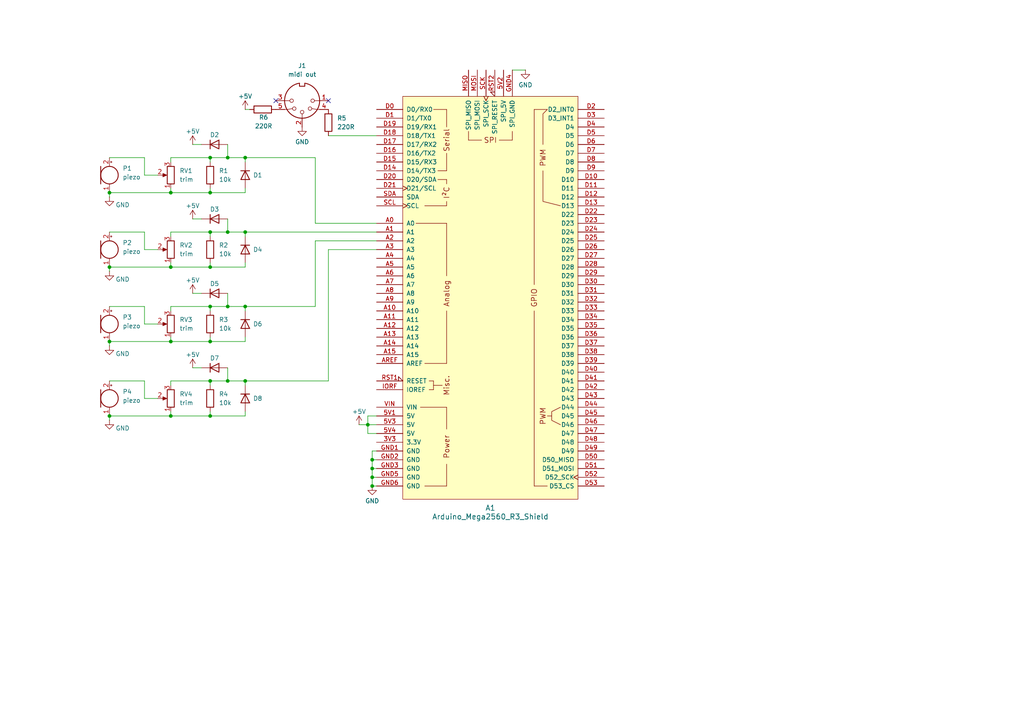
<source format=kicad_sch>
(kicad_sch (version 20250114) (generator "eeschema") (generator_version "9.0")
  (paper "A4")
  (lib_symbols
    (symbol "Connector:DIN-5_180degree" (pin_names (offset 1.016))
      (property "Reference" "J" (at 3.175 5.715 0))
      (property "Value" "DIN-5_180degree" (at 0 -6.35 0))
      (symbol "DIN-5_180degree_0_1"
        (polyline (pts (xy -5.08 2.54) (xy -4.318 2.54) (xy -2.794 2.286)))
        (polyline (pts (xy -5.08 0) (xy -3.556 0)))
        (circle (center -3.048 0) (radius 0.508))
        (circle (center -2.286 2.286) (radius 0.508))
        (polyline (pts (xy -0.762 -4.953) (xy -0.762 -4.191) (xy 0.762 -4.191) (xy 0.762 -4.953)) (stroke (width 0.254)))
        (arc (start 5.08 0) (mid 3.8673 -3.3444) (end 0.762 -5.08) (stroke (width 0.254)))
        (polyline (pts (xy 0 5.08) (xy 0 3.81)))
        (circle (center 0 3.302) (radius 0.508))
        (arc (start -5.08 0) (mid 0 5.0579) (end 5.08 0) (stroke (width 0.254)))
        (arc (start -0.762 -5.08) (mid -3.8597 -3.3379) (end -5.08 0) (stroke (width 0.254)))
        (circle (center 2.286 2.286) (radius 0.508))
        (circle (center 3.048 0) (radius 0.508))
        (polyline (pts (xy 5.08 2.54) (xy 4.318 2.54) (xy 2.794 2.286)))
        (polyline (pts (xy 5.08 0) (xy 3.556 0)))
      )
      (symbol "DIN-5_180degree_1_1"
        (pin passive line (at -7.62 2.54 0) (length 2.54) (name "~") (number "4"))
        (pin passive line (at -7.62 0 0) (length 2.54) (name "~") (number "1"))
        (pin passive line (at 0 7.62 270) (length 2.54) (name "~") (number "2"))
        (pin passive line (at 7.62 2.54 180) (length 2.54) (name "~") (number "5"))
        (pin passive line (at 7.62 0 180) (length 2.54) (name "~") (number "3"))
      )
    )
    (symbol "Device:D" (pin_numbers (hide yes)) (pin_names (offset 1.016) (hide yes))
      (property "Reference" "D" (at 0 2.54 0))
      (property "Value" "D" (at 0 -2.54 0))
      (symbol "D_0_1"
        (polyline (pts (xy -1.27 1.27) (xy -1.27 -1.27)) (stroke (width 0.254)))
        (polyline (pts (xy 1.27 1.27) (xy 1.27 -1.27) (xy -1.27 0) (xy 1.27 1.27)) (stroke (width 0.254)))
        (polyline (pts (xy 1.27 0) (xy -1.27 0)))
      )
      (symbol "D_1_1"
        (pin passive line (at -3.81 0 0) (length 2.54) (name "K") (number "1"))
        (pin passive line (at 3.81 0 180) (length 2.54) (name "A") (number "2"))
      )
    )
    (symbol "Device:Microphone" (pin_names (offset 0.0254) (hide yes))
      (property "Reference" "MK" (at -3.81 1.27 0))
      (property "Value" "Microphone" (at -3.81 -0.635 0))
      (symbol "Microphone_0_1"
        (polyline (pts (xy -2.54 2.54) (xy -2.54 -2.54)) (stroke (width 0.254)))
        (circle (center 0 0) (radius 2.54) (stroke (width 0.254)))
        (polyline (pts (xy 0.254 3.81) (xy 0.762 3.81)))
        (polyline (pts (xy 0.508 4.064) (xy 0.508 3.556)))
      )
      (symbol "Microphone_1_1"
        (pin passive line (at 0 5.08 270) (length 2.54) (name "+") (number "2"))
        (pin passive line (at 0 -5.08 90) (length 2.54) (name "-") (number "1"))
      )
    )
    (symbol "Device:R" (pin_numbers (hide yes)) (pin_names (offset 0))
      (property "Reference" "R" (at 2.032 0 90))
      (property "Value" "R" (at 0 0 90))
      (symbol "R_0_1"
        (rectangle (start -1.016 -2.54) (end 1.016 2.54) (stroke (width 0.254)))
      )
      (symbol "R_1_1"
        (pin passive line (at 0 3.81 270) (length 1.27) (name "~") (number "1"))
        (pin passive line (at 0 -3.81 90) (length 1.27) (name "~") (number "2"))
      )
    )
    (symbol "Device:R_Potentiometer" (pin_names (offset 1.016) (hide yes))
      (property "Reference" "RV" (at -4.445 0 90))
      (property "Value" "R_Potentiometer" (at -2.54 0 90))
      (symbol "R_Potentiometer_0_1"
        (rectangle (start 1.016 2.54) (end -1.016 -2.54) (stroke (width 0.254)))
        (polyline (pts (xy 1.143 0) (xy 2.286 0.508) (xy 2.286 -0.508) (xy 1.143 0)) (fill (type outline)))
        (polyline (pts (xy 2.54 0) (xy 1.524 0)))
      )
      (symbol "R_Potentiometer_1_1"
        (pin passive line (at 0 3.81 270) (length 1.27) (name "1") (number "1"))
        (pin passive line (at 0 -3.81 90) (length 1.27) (name "3") (number "3"))
        (pin passive line (at 3.81 0 180) (length 1.27) (name "2") (number "2"))
      )
    )
    (symbol "PCM_arduino-library:Arduino_Mega2560_R3_Shield" (pin_names (offset 1.016))
      (property "Reference" "A" (at 0 -62.23 0))
      (property "Value" "Arduino_Mega2560_R3_Shield" (at 0 -66.04 0))
      (symbol "Arduino_Mega2560_R3_Shield_0_0"
        (rectangle (start -25.4 -58.42) (end 25.4 58.42) (fill (type background)))
        (polyline (pts (xy -21.59 21.59) (xy -12.7 21.59)))
        (rectangle (start -20.32 -31.75) (end -12.7 -31.75))
        (rectangle (start -19.05 26.67) (end -12.7 26.67))
        (rectangle (start -19.05 -19.05) (end -12.7 -19.05))
        (rectangle (start -19.05 -54.61) (end -12.7 -54.61))
        (rectangle (start -17.78 -24.13) (end -16.51 -24.13))
        (rectangle (start -17.78 -26.67) (end -16.51 -26.67))
        (rectangle (start -16.51 54.61) (end -12.7 54.61))
        (rectangle (start -16.51 -24.13) (end -16.51 -26.67))
        (rectangle (start -16.51 -25.4) (end -13.97 -25.4))
        (rectangle (start -15.24 36.83) (end -12.7 36.83))
        (rectangle (start -15.24 34.29) (end -12.7 34.29))
        (rectangle (start -12.7 49.53) (end -12.7 54.61))
        (rectangle (start -12.7 41.91) (end -12.7 36.83))
        (rectangle (start -12.7 34.29) (end -12.7 33.02))
        (rectangle (start -12.7 26.67) (end -12.7 27.94))
        (polyline (pts (xy -12.7 6.35) (xy -12.7 21.59)))
        (polyline (pts (xy -12.7 -19.05) (xy -12.7 -3.81)))
        (rectangle (start -12.7 -31.75) (end -12.7 -38.1))
        (rectangle (start -12.7 -54.61) (end -12.7 -48.26))
        (rectangle (start -6.35 48.26) (end -6.35 45.72))
        (rectangle (start -2.54 45.72) (end -6.35 45.72))
        (rectangle (start 6.35 48.26) (end 6.35 45.72))
        (rectangle (start 6.35 45.72) (end 2.54 45.72))
        (polyline (pts (xy 12.7 54.61) (xy 16.51 54.61)))
        (polyline (pts (xy 12.7 -54.61) (xy 16.51 -54.61)))
        (polyline (pts (xy 15.24 44.45) (xy 15.24 53.34) (xy 16.51 54.61)))
        (polyline (pts (xy 15.24 36.83) (xy 15.24 27.94) (xy 20.32 26.67)))
        (polyline (pts (xy 17.78 -34.29) (xy 16.51 -34.29)))
        (polyline (pts (xy 20.32 -31.75) (xy 17.78 -33.02) (xy 17.78 -35.56) (xy 20.32 -36.83)))
        (text "Serial" (at -12.7 45.72 900) (effects (font (size 1.524 1.524))))
        (text "I²C" (at -12.7 30.48 900) (effects (font (size 1.524 1.524))))
        (text "Analog" (at -12.7 1.27 900) (effects (font (size 1.524 1.524))))
        (text "Misc." (at -12.7 -25.4 900) (effects (font (size 1.524 1.524))))
        (text "Power" (at -12.7 -43.18 900) (effects (font (size 1.524 1.524))))
        (text "SPI" (at 0 45.72 0) (effects (font (size 1.524 1.524))))
        (text "PWM" (at 15.24 40.64 900) (effects (font (size 1.524 1.524))))
        (text "PWM" (at 15.24 -34.29 900) (effects (font (size 1.524 1.524))))
      )
      (symbol "Arduino_Mega2560_R3_Shield_1_0"
        (rectangle (start 12.7 54.61) (end 12.7 3.81))
        (rectangle (start 12.7 -54.61) (end 12.7 -3.81))
        (text "GPIO" (at 12.7 0 900) (effects (font (size 1.524 1.524))))
      )
      (symbol "Arduino_Mega2560_R3_Shield_1_1"
        (pin bidirectional line (at -33.02 54.61 0) (length 7.62) (name "D0/RX0") (number "D0"))
        (pin bidirectional line (at -33.02 52.07 0) (length 7.62) (name "D1/TX0") (number "D1"))
        (pin bidirectional line (at -33.02 49.53 0) (length 7.62) (name "D19/RX1") (number "D19"))
        (pin bidirectional line (at -33.02 46.99 0) (length 7.62) (name "D18/TX1") (number "D18"))
        (pin bidirectional line (at -33.02 44.45 0) (length 7.62) (name "D17/RX2") (number "D17"))
        (pin bidirectional line (at -33.02 41.91 0) (length 7.62) (name "D16/TX2") (number "D16"))
        (pin bidirectional line (at -33.02 39.37 0) (length 7.62) (name "D15/RX3") (number "D15"))
        (pin bidirectional line (at -33.02 36.83 0) (length 7.62) (name "D14/TX3") (number "D14"))
        (pin bidirectional line (at -33.02 34.29 0) (length 7.62) (name "D20/SDA") (number "D20"))
        (pin bidirectional clock (at -33.02 31.75 0) (length 7.62) (name "D21/SCL") (number "D21"))
        (pin bidirectional line (at -33.02 29.21 0) (length 7.62) (name "SDA") (number "SDA"))
        (pin bidirectional clock (at -33.02 26.67 0) (length 7.62) (name "SCL") (number "SCL"))
        (pin bidirectional line (at -33.02 21.59 0) (length 7.62) (name "A0") (number "A0"))
        (pin bidirectional line (at -33.02 19.05 0) (length 7.62) (name "A1") (number "A1"))
        (pin bidirectional line (at -33.02 16.51 0) (length 7.62) (name "A2") (number "A2"))
        (pin bidirectional line (at -33.02 13.97 0) (length 7.62) (name "A3") (number "A3"))
        (pin bidirectional line (at -33.02 11.43 0) (length 7.62) (name "A4") (number "A4"))
        (pin bidirectional line (at -33.02 8.89 0) (length 7.62) (name "A5") (number "A5"))
        (pin bidirectional line (at -33.02 6.35 0) (length 7.62) (name "A6") (number "A6"))
        (pin bidirectional line (at -33.02 3.81 0) (length 7.62) (name "A7") (number "A7"))
        (pin bidirectional line (at -33.02 1.27 0) (length 7.62) (name "A8") (number "A8"))
        (pin bidirectional line (at -33.02 -1.27 0) (length 7.62) (name "A9") (number "A9"))
        (pin bidirectional line (at -33.02 -3.81 0) (length 7.62) (name "A10") (number "A10"))
        (pin bidirectional line (at -33.02 -6.35 0) (length 7.62) (name "A11") (number "A11"))
        (pin bidirectional line (at -33.02 -8.89 0) (length 7.62) (name "A12") (number "A12"))
        (pin bidirectional line (at -33.02 -11.43 0) (length 7.62) (name "A13") (number "A13"))
        (pin bidirectional line (at -33.02 -13.97 0) (length 7.62) (name "A14") (number "A14"))
        (pin bidirectional line (at -33.02 -16.51 0) (length 7.62) (name "A15") (number "A15"))
        (pin input line (at -33.02 -19.05 0) (length 7.62) (name "AREF") (number "AREF"))
        (pin open_collector input_low (at -33.02 -24.13 0) (length 7.62) (name "RESET") (number "RST1"))
        (pin output line (at -33.02 -26.67 0) (length 7.62) (name "IOREF") (number "IORF"))
        (pin power_in line (at -33.02 -31.75 0) (length 7.62) (name "VIN") (number "VIN"))
        (pin power_in line (at -33.02 -34.29 0) (length 7.62) (name "5V") (number "5V1"))
        (pin power_in line (at -33.02 -36.83 0) (length 7.62) (name "5V") (number "5V3"))
        (pin power_in line (at -33.02 -39.37 0) (length 7.62) (name "5V") (number "5V4"))
        (pin power_out line (at -33.02 -41.91 0) (length 7.62) (name "3.3V") (number "3V3"))
        (pin power_in line (at -33.02 -44.45 0) (length 7.62) (name "GND") (number "GND1"))
        (pin power_in line (at -33.02 -46.99 0) (length 7.62) (name "GND") (number "GND2"))
        (pin power_in line (at -33.02 -49.53 0) (length 7.62) (name "GND") (number "GND3"))
        (pin power_in line (at -33.02 -52.07 0) (length 7.62) (name "GND") (number "GND5"))
        (pin power_in line (at -33.02 -54.61 0) (length 7.62) (name "GND") (number "GND6"))
        (pin input line (at -6.35 66.04 270) (length 7.62) (name "SPI_MISO") (number "MISO"))
        (pin output line (at -3.81 66.04 270) (length 7.62) (name "SPI_MOSI") (number "MOSI"))
        (pin output clock (at -1.27 66.04 270) (length 7.62) (name "SPI_SCK") (number "SCK"))
        (pin open_collector input_low (at 1.27 66.04 270) (length 7.62) (name "SPI_RESET") (number "RST2"))
        (pin power_in line (at 3.81 66.04 270) (length 7.62) (name "SPI_5V") (number "5V2"))
        (pin power_in line (at 6.35 66.04 270) (length 7.62) (name "SPI_GND") (number "GND4"))
        (pin bidirectional line (at 33.02 54.61 180) (length 7.62) (name "D2_INT0") (number "D2"))
        (pin bidirectional line (at 33.02 52.07 180) (length 7.62) (name "D3_INT1") (number "D3"))
        (pin bidirectional line (at 33.02 49.53 180) (length 7.62) (name "D4") (number "D4"))
        (pin bidirectional line (at 33.02 46.99 180) (length 7.62) (name "D5") (number "D5"))
        (pin bidirectional line (at 33.02 44.45 180) (length 7.62) (name "D6") (number "D6"))
        (pin bidirectional line (at 33.02 41.91 180) (length 7.62) (name "D7") (number "D7"))
        (pin bidirectional line (at 33.02 39.37 180) (length 7.62) (name "D8") (number "D8"))
        (pin bidirectional line (at 33.02 36.83 180) (length 7.62) (name "D9") (number "D9"))
        (pin bidirectional line (at 33.02 34.29 180) (length 7.62) (name "D10") (number "D10"))
        (pin bidirectional line (at 33.02 31.75 180) (length 7.62) (name "D11") (number "D11"))
        (pin bidirectional line (at 33.02 29.21 180) (length 7.62) (name "D12") (number "D12"))
        (pin bidirectional line (at 33.02 26.67 180) (length 7.62) (name "D13") (number "D13"))
        (pin bidirectional line (at 33.02 24.13 180) (length 7.62) (name "D22") (number "D22"))
        (pin bidirectional line (at 33.02 21.59 180) (length 7.62) (name "D23") (number "D23"))
        (pin bidirectional line (at 33.02 19.05 180) (length 7.62) (name "D24") (number "D24"))
        (pin bidirectional line (at 33.02 16.51 180) (length 7.62) (name "D25") (number "D25"))
        (pin bidirectional line (at 33.02 13.97 180) (length 7.62) (name "D26") (number "D26"))
        (pin bidirectional line (at 33.02 11.43 180) (length 7.62) (name "D27") (number "D27"))
        (pin bidirectional line (at 33.02 8.89 180) (length 7.62) (name "D28") (number "D28"))
        (pin bidirectional line (at 33.02 6.35 180) (length 7.62) (name "D29") (number "D29"))
        (pin bidirectional line (at 33.02 3.81 180) (length 7.62) (name "D30") (number "D30"))
        (pin bidirectional line (at 33.02 1.27 180) (length 7.62) (name "D31") (number "D31"))
        (pin bidirectional line (at 33.02 -1.27 180) (length 7.62) (name "D32") (number "D32"))
        (pin bidirectional line (at 33.02 -3.81 180) (length 7.62) (name "D33") (number "D33"))
        (pin bidirectional line (at 33.02 -6.35 180) (length 7.62) (name "D34") (number "D34"))
        (pin bidirectional line (at 33.02 -8.89 180) (length 7.62) (name "D35") (number "D35"))
        (pin bidirectional line (at 33.02 -11.43 180) (length 7.62) (name "D36") (number "D36"))
        (pin bidirectional line (at 33.02 -13.97 180) (length 7.62) (name "D37") (number "D37"))
        (pin bidirectional line (at 33.02 -16.51 180) (length 7.62) (name "D38") (number "D38"))
        (pin bidirectional line (at 33.02 -19.05 180) (length 7.62) (name "D39") (number "D39"))
        (pin bidirectional line (at 33.02 -21.59 180) (length 7.62) (name "D40") (number "D40"))
        (pin bidirectional line (at 33.02 -24.13 180) (length 7.62) (name "D41") (number "D41"))
        (pin bidirectional line (at 33.02 -26.67 180) (length 7.62) (name "D42") (number "D42"))
        (pin bidirectional line (at 33.02 -29.21 180) (length 7.62) (name "D43") (number "D43"))
        (pin bidirectional line (at 33.02 -31.75 180) (length 7.62) (name "D44") (number "D44"))
        (pin bidirectional line (at 33.02 -34.29 180) (length 7.62) (name "D45") (number "D45"))
        (pin bidirectional line (at 33.02 -36.83 180) (length 7.62) (name "D46") (number "D46"))
        (pin bidirectional line (at 33.02 -39.37 180) (length 7.62) (name "D47") (number "D47"))
        (pin bidirectional line (at 33.02 -41.91 180) (length 7.62) (name "D48") (number "D48"))
        (pin bidirectional line (at 33.02 -44.45 180) (length 7.62) (name "D49") (number "D49"))
        (pin bidirectional line (at 33.02 -46.99 180) (length 7.62) (name "D50_MISO") (number "D50"))
        (pin bidirectional line (at 33.02 -49.53 180) (length 7.62) (name "D51_MOSI") (number "D51"))
        (pin bidirectional clock (at 33.02 -52.07 180) (length 7.62) (name "D52_SCK") (number "D52"))
        (pin bidirectional line (at 33.02 -54.61 180) (length 7.62) (name "D53_CS") (number "D53"))
      )
    )
    (symbol "power:+5V" (power) (pin_numbers (hide yes)) (pin_names (offset 0) (hide yes))
      (property "Value" "+5V" (at 0 3.556 0))
      (symbol "+5V_0_1"
        (polyline (pts (xy -0.762 1.27) (xy 0 2.54)))
        (polyline (pts (xy 0 2.54) (xy 0.762 1.27)))
        (polyline (pts (xy 0 0) (xy 0 2.54)))
      )
      (symbol "+5V_1_1"
        (pin power_in line (at 0 0 90) (length 0) (name "~") (number "1"))
      )
    )
    (symbol "power:GND" (power) (pin_numbers (hide yes)) (pin_names (offset 0) (hide yes))
      (property "Value" "GND" (at 0 -3.81 0))
      (symbol "GND_0_1"
        (polyline (pts (xy 0 0) (xy 0 -1.27) (xy 1.27 -1.27) (xy 0 -2.54) (xy -1.27 -1.27) (xy 0 -1.27)))
      )
      (symbol "GND_1_1"
        (pin power_in line (at 0 0 270) (length 0) (name "~") (number "1"))
      )
    )
  )
  (junction (at 71.12 88.9))
  (junction (at 31.75 55.88))
  (junction (at 66.04 67.31))
  (junction (at 60.96 67.31))
  (junction (at 31.75 99.06))
  (junction (at 49.53 55.88))
  (junction (at 60.96 99.06))
  (junction (at 49.53 99.06))
  (junction (at 71.12 45.72))
  (junction (at 107.95 140.97))
  (junction (at 60.96 88.9))
  (junction (at 60.96 45.72))
  (junction (at 66.04 45.72))
  (junction (at 49.53 120.65))
  (junction (at 66.04 88.9))
  (junction (at 60.96 55.88))
  (junction (at 106.68 123.19))
  (junction (at 107.95 135.89))
  (junction (at 107.95 133.35))
  (junction (at 31.75 120.65))
  (junction (at 66.04 110.49))
  (junction (at 60.96 77.47))
  (junction (at 71.12 67.31))
  (junction (at 60.96 110.49))
  (junction (at 71.12 110.49))
  (junction (at 31.75 77.47))
  (junction (at 60.96 120.65))
  (junction (at 49.53 77.47))
  (junction (at 107.95 138.43))
  (no_connect (at 95.25 29.21))
  (no_connect (at 80.01 29.21))
  (wire (pts (xy 60.96 110.49) (xy 66.04 110.49)))
  (wire (pts (xy 49.53 99.06) (xy 49.53 97.79)))
  (wire (pts (xy 60.96 67.31) (xy 66.04 67.31)))
  (wire (pts (xy 60.96 99.06) (xy 60.96 97.79)))
  (wire (pts (xy 71.12 110.49) (xy 95.25 110.49)))
  (wire (pts (xy 107.95 135.89) (xy 107.95 138.43)))
  (wire (pts (xy 49.53 68.58) (xy 49.53 67.31)))
  (wire (pts (xy 60.96 111.76) (xy 60.96 110.49)))
  (wire (pts (xy 31.75 55.88) (xy 49.53 55.88)))
  (wire (pts (xy 49.53 55.88) (xy 49.53 54.61)))
  (wire (pts (xy 66.04 106.68) (xy 66.04 110.49)))
  (wire (pts (xy 109.22 130.81) (xy 107.95 130.81)))
  (wire (pts (xy 41.91 67.31) (xy 41.91 72.39)))
  (wire (pts (xy 107.95 130.81) (xy 107.95 133.35)))
  (wire (pts (xy 49.53 110.49) (xy 60.96 110.49)))
  (wire (pts (xy 66.04 88.9) (xy 71.12 88.9)))
  (wire (pts (xy 109.22 64.77) (xy 91.44 64.77)))
  (wire (pts (xy 71.12 31.75) (xy 72.39 31.75)))
  (wire (pts (xy 95.25 110.49) (xy 95.25 72.39)))
  (wire (pts (xy 107.95 138.43) (xy 107.95 140.97)))
  (wire (pts (xy 71.12 67.31) (xy 109.22 67.31)))
  (wire (pts (xy 91.44 88.9) (xy 71.12 88.9)))
  (wire (pts (xy 71.12 67.31) (xy 71.12 68.58)))
  (wire (pts (xy 31.75 110.49) (xy 41.91 110.49)))
  (wire (pts (xy 31.75 55.88) (xy 31.75 57.15)))
  (wire (pts (xy 66.04 67.31) (xy 71.12 67.31)))
  (wire (pts (xy 66.04 110.49) (xy 71.12 110.49)))
  (wire (pts (xy 66.04 41.91) (xy 66.04 45.72)))
  (wire (pts (xy 106.68 123.19) (xy 109.22 123.19)))
  (wire (pts (xy 60.96 46.99) (xy 60.96 45.72)))
  (wire (pts (xy 104.14 123.19) (xy 106.68 123.19)))
  (wire (pts (xy 55.88 41.91) (xy 58.42 41.91)))
  (wire (pts (xy 49.53 120.65) (xy 60.96 120.65)))
  (wire (pts (xy 60.96 55.88) (xy 71.12 55.88)))
  (wire (pts (xy 31.75 77.47) (xy 49.53 77.47)))
  (wire (pts (xy 107.95 135.89) (xy 109.22 135.89)))
  (wire (pts (xy 107.95 140.97) (xy 109.22 140.97)))
  (wire (pts (xy 60.96 99.06) (xy 71.12 99.06)))
  (wire (pts (xy 66.04 63.5) (xy 66.04 67.31)))
  (wire (pts (xy 49.53 67.31) (xy 60.96 67.31)))
  (wire (pts (xy 31.75 99.06) (xy 31.75 100.33)))
  (wire (pts (xy 49.53 77.47) (xy 60.96 77.47)))
  (wire (pts (xy 66.04 45.72) (xy 71.12 45.72)))
  (wire (pts (xy 109.22 69.85) (xy 91.44 69.85)))
  (wire (pts (xy 95.25 39.37) (xy 109.22 39.37)))
  (wire (pts (xy 106.68 123.19) (xy 106.68 125.73)))
  (wire (pts (xy 71.12 45.72) (xy 71.12 46.99)))
  (wire (pts (xy 49.53 111.76) (xy 49.53 110.49)))
  (wire (pts (xy 66.04 85.09) (xy 66.04 88.9)))
  (wire (pts (xy 60.96 55.88) (xy 60.96 54.61)))
  (wire (pts (xy 31.75 120.65) (xy 31.75 121.92)))
  (wire (pts (xy 60.96 120.65) (xy 71.12 120.65)))
  (wire (pts (xy 49.53 90.17) (xy 49.53 88.9)))
  (wire (pts (xy 60.96 88.9) (xy 66.04 88.9)))
  (wire (pts (xy 152.4 20.32) (xy 148.59 20.32)))
  (wire (pts (xy 60.96 120.65) (xy 60.96 119.38)))
  (wire (pts (xy 41.91 50.8) (xy 45.72 50.8)))
  (wire (pts (xy 31.75 77.47) (xy 31.75 78.74)))
  (wire (pts (xy 31.75 88.9) (xy 41.91 88.9)))
  (wire (pts (xy 60.96 90.17) (xy 60.96 88.9)))
  (wire (pts (xy 107.95 133.35) (xy 109.22 133.35)))
  (wire (pts (xy 49.53 120.65) (xy 49.53 119.38)))
  (wire (pts (xy 107.95 133.35) (xy 107.95 135.89)))
  (wire (pts (xy 71.12 55.88) (xy 71.12 54.61)))
  (wire (pts (xy 31.75 99.06) (xy 49.53 99.06)))
  (wire (pts (xy 55.88 63.5) (xy 58.42 63.5)))
  (wire (pts (xy 71.12 88.9) (xy 71.12 90.17)))
  (wire (pts (xy 31.75 45.72) (xy 41.91 45.72)))
  (wire (pts (xy 41.91 115.57) (xy 45.72 115.57)))
  (wire (pts (xy 49.53 99.06) (xy 60.96 99.06)))
  (wire (pts (xy 109.22 120.65) (xy 106.68 120.65)))
  (wire (pts (xy 55.88 85.09) (xy 58.42 85.09)))
  (wire (pts (xy 71.12 45.72) (xy 91.44 45.72)))
  (wire (pts (xy 41.91 93.98) (xy 45.72 93.98)))
  (wire (pts (xy 91.44 69.85) (xy 91.44 88.9)))
  (wire (pts (xy 49.53 45.72) (xy 60.96 45.72)))
  (wire (pts (xy 107.95 138.43) (xy 109.22 138.43)))
  (wire (pts (xy 71.12 77.47) (xy 71.12 76.2)))
  (wire (pts (xy 71.12 110.49) (xy 71.12 111.76)))
  (wire (pts (xy 49.53 55.88) (xy 60.96 55.88)))
  (wire (pts (xy 71.12 120.65) (xy 71.12 119.38)))
  (wire (pts (xy 91.44 64.77) (xy 91.44 45.72)))
  (wire (pts (xy 60.96 45.72) (xy 66.04 45.72)))
  (wire (pts (xy 41.91 72.39) (xy 45.72 72.39)))
  (wire (pts (xy 71.12 99.06) (xy 71.12 97.79)))
  (wire (pts (xy 106.68 120.65) (xy 106.68 123.19)))
  (wire (pts (xy 49.53 88.9) (xy 60.96 88.9)))
  (wire (pts (xy 60.96 68.58) (xy 60.96 67.31)))
  (wire (pts (xy 41.91 88.9) (xy 41.91 93.98)))
  (wire (pts (xy 41.91 110.49) (xy 41.91 115.57)))
  (wire (pts (xy 31.75 120.65) (xy 49.53 120.65)))
  (wire (pts (xy 60.96 77.47) (xy 60.96 76.2)))
  (wire (pts (xy 60.96 77.47) (xy 71.12 77.47)))
  (wire (pts (xy 49.53 77.47) (xy 49.53 76.2)))
  (wire (pts (xy 95.25 72.39) (xy 109.22 72.39)))
  (wire (pts (xy 55.88 106.68) (xy 58.42 106.68)))
  (wire (pts (xy 41.91 45.72) (xy 41.91 50.8)))
  (wire (pts (xy 106.68 125.73) (xy 109.22 125.73)))
  (wire (pts (xy 49.53 46.99) (xy 49.53 45.72)))
  (wire (pts (xy 31.75 67.31) (xy 41.91 67.31)))
  (symbol (lib_id "Device:R_Potentiometer") (at 49.53 72.39 180) (unit 1)
    (property "Reference" "RV2" (at 52.07 71.1199 0) (effects (justify right)))
    (property "Value" "trim" (at 52.07 73.6599 0) (effects (justify right)))
    (property "Description" "Potentiometer" (effects (hide yes)))
  )
  (symbol (lib_id "power:GND") (at 31.75 100.33 0) (unit 1)
    (property "Reference" "#PWR05" (effects (hide yes)))
    (property "Value" "GND" (at 35.56 102.616 0))
    (property "Description" "Power symbol creates a global label with name \"GND\" , ground" (effects (hide yes)))
  )
  (symbol (lib_id "power:+5V") (at 71.12 31.75 0) (unit 1)
    (property "Reference" "#PWR012" (effects (hide yes)))
    (property "Value" "+5V" (at 71.12 27.94 0))
    (property "Description" "Power symbol creates a global label with name \"+5V\"" (effects (hide yes)))
  )
  (symbol (lib_id "Device:Microphone") (at 31.75 50.8 0) (unit 1)
    (property "Reference" "P1" (at 35.56 48.8314 0) (effects (justify left)))
    (property "Value" "piezo" (at 35.56 51.3714 0) (effects (justify left)))
    (property "Description" "Microphone" (effects (hide yes)))
  )
  (symbol (lib_id "Device:R") (at 60.96 93.98 0) (unit 1)
    (property "Reference" "R3" (at 63.5 92.7099 0) (effects (justify left)))
    (property "Value" "10k" (at 63.5 95.2499 0) (effects (justify left)))
    (property "Description" "Resistor" (effects (hide yes)))
  )
  (symbol (lib_id "Connector:DIN-5_180degree") (at 87.63 29.21 180) (unit 1)
    (property "Reference" "J1" (at 87.6299 19.05 0))
    (property "Value" "midi out" (at 87.6299 21.59 0))
    (property "Datasheet" "http://www.mouser.com/ds/2/18/40_c091_abd_e-75918.pdf" (effects (hide yes)))
    (property "Description" "5-pin DIN connector (5-pin DIN-5 stereo)" (effects (hide yes)))
  )
  (symbol (lib_id "Device:R") (at 60.96 50.8 0) (unit 1)
    (property "Reference" "R1" (at 63.5 49.5299 0) (effects (justify left)))
    (property "Value" "10k" (at 63.5 52.0699 0) (effects (justify left)))
    (property "Description" "Resistor" (effects (hide yes)))
  )
  (symbol (lib_id "Device:D") (at 62.23 85.09 0) (unit 1)
    (property "Reference" "D5" (at 62.23 82.296 0))
    (property "Value" "D" (effects (hide yes)))
    (property "Description" "Diode" (effects (hide yes)))
    (property "Sim.Device" "D" (effects (hide yes)))
    (property "Sim.Pins" "1=K 2=A" (effects (hide yes)))
  )
  (symbol (lib_id "power:+5V") (at 55.88 63.5 0) (unit 1)
    (property "Reference" "#PWR04" (effects (hide yes)))
    (property "Value" "+5V" (at 55.88 59.69 0))
    (property "Description" "Power symbol creates a global label with name \"+5V\"" (effects (hide yes)))
  )
  (symbol (lib_id "Device:D") (at 71.12 93.98 270) (unit 1)
    (property "Reference" "D6" (at 73.406 93.98 90) (effects (justify left)))
    (property "Value" "D" (effects (hide yes)))
    (property "Description" "Diode" (effects (hide yes)))
    (property "Sim.Device" "D" (effects (hide yes)))
    (property "Sim.Pins" "1=K 2=A" (effects (hide yes)))
  )
  (symbol (lib_id "power:GND") (at 152.4 20.32 0) (unit 1)
    (property "Reference" "#PWR013" (effects (hide yes)))
    (property "Value" "GND" (at 152.4 24.638 0))
    (property "Description" "Power symbol creates a global label with name \"GND\" , ground" (effects (hide yes)))
  )
  (symbol (lib_id "power:+5V") (at 55.88 85.09 0) (unit 1)
    (property "Reference" "#PWR06" (effects (hide yes)))
    (property "Value" "+5V" (at 55.88 81.28 0))
    (property "Description" "Power symbol creates a global label with name \"+5V\"" (effects (hide yes)))
  )
  (symbol (lib_id "Device:R_Potentiometer") (at 49.53 115.57 180) (unit 1)
    (property "Reference" "RV4" (at 52.07 114.2999 0) (effects (justify right)))
    (property "Value" "trim" (at 52.07 116.8399 0) (effects (justify right)))
    (property "Description" "Potentiometer" (effects (hide yes)))
  )
  (symbol (lib_id "Device:D") (at 71.12 72.39 270) (unit 1)
    (property "Reference" "D4" (at 73.406 72.39 90) (effects (justify left)))
    (property "Value" "D" (effects (hide yes)))
    (property "Description" "Diode" (effects (hide yes)))
    (property "Sim.Device" "D" (effects (hide yes)))
    (property "Sim.Pins" "1=K 2=A" (effects (hide yes)))
  )
  (symbol (lib_id "Device:Microphone") (at 31.75 115.57 0) (unit 1)
    (property "Reference" "P4" (at 35.56 113.6014 0) (effects (justify left)))
    (property "Value" "piezo" (at 35.56 116.1414 0) (effects (justify left)))
    (property "Description" "Microphone" (effects (hide yes)))
  )
  (symbol (lib_id "Device:R_Potentiometer") (at 49.53 50.8 180) (unit 1)
    (property "Reference" "RV1" (at 52.07 49.5299 0) (effects (justify right)))
    (property "Value" "trim" (at 52.07 52.0699 0) (effects (justify right)))
    (property "Description" "Potentiometer" (effects (hide yes)))
  )
  (symbol (lib_id "power:+5V") (at 104.14 123.19 0) (unit 1)
    (property "Reference" "#PWR09" (effects (hide yes)))
    (property "Value" "+5V" (at 104.14 119.38 0))
    (property "Description" "Power symbol creates a global label with name \"+5V\"" (effects (hide yes)))
  )
  (symbol (lib_id "Device:R_Potentiometer") (at 49.53 93.98 180) (unit 1)
    (property "Reference" "RV3" (at 52.07 92.7099 0) (effects (justify right)))
    (property "Value" "trim" (at 52.07 95.2499 0) (effects (justify right)))
    (property "Description" "Potentiometer" (effects (hide yes)))
  )
  (symbol (lib_id "Device:R") (at 60.96 115.57 0) (unit 1)
    (property "Reference" "R4" (at 63.5 114.2999 0) (effects (justify left)))
    (property "Value" "10k" (at 63.5 116.8399 0) (effects (justify left)))
    (property "Description" "Resistor" (effects (hide yes)))
  )
  (symbol (lib_id "Device:R") (at 60.96 72.39 0) (unit 1)
    (property "Reference" "R2" (at 63.5 71.1199 0) (effects (justify left)))
    (property "Value" "10k" (at 63.5 73.6599 0) (effects (justify left)))
    (property "Description" "Resistor" (effects (hide yes)))
  )
  (symbol (lib_id "power:GND") (at 107.95 140.97 0) (unit 1)
    (property "Reference" "#PWR010" (effects (hide yes)))
    (property "Value" "GND" (at 107.95 145.288 0))
    (property "Description" "Power symbol creates a global label with name \"GND\" , ground" (effects (hide yes)))
  )
  (symbol (lib_id "Device:Microphone") (at 31.75 93.98 0) (unit 1)
    (property "Reference" "P3" (at 35.56 92.0114 0) (effects (justify left)))
    (property "Value" "piezo" (at 35.56 94.5514 0) (effects (justify left)))
    (property "Description" "Microphone" (effects (hide yes)))
  )
  (symbol (lib_id "power:GND") (at 87.63 36.83 0) (unit 1)
    (property "Reference" "#PWR011" (effects (hide yes)))
    (property "Value" "GND" (at 87.63 41.148 0))
    (property "Description" "Power symbol creates a global label with name \"GND\" , ground" (effects (hide yes)))
  )
  (symbol (lib_id "Device:R") (at 76.2 31.75 90) (unit 1)
    (property "Reference" "R6" (at 76.454 34.036 90))
    (property "Value" "220R" (at 76.454 36.576 90))
    (property "Description" "Resistor" (effects (hide yes)))
  )
  (symbol (lib_id "power:GND") (at 31.75 78.74 0) (unit 1)
    (property "Reference" "#PWR02" (effects (hide yes)))
    (property "Value" "GND" (at 35.56 81.026 0))
    (property "Description" "Power symbol creates a global label with name \"GND\" , ground" (effects (hide yes)))
  )
  (symbol (lib_id "PCM_arduino-library:Arduino_Mega2560_R3_Shield") (at 142.24 86.36 0) (unit 1)
    (property "Reference" "A1" (at 142.24 147.32 0) (effects (font (size 1.524 1.524))))
    (property "Value" "Arduino_Mega2560_R3_Shield" (at 142.24 149.86 0) (effects (font (size 1.524 1.524))))
    (property "Footprint" "PCM_arduino-library:Arduino_Mega2560_R3_Shield" (effects (hide yes)))
    (property "Datasheet" "https://docs.arduino.cc/hardware/mega-2560" (effects (hide yes)))
    (property "Description" "Shield for Arduino Mega 2560 R3" (effects (hide yes)))
  )
  (symbol (lib_id "Device:R") (at 95.25 35.56 0) (unit 1)
    (property "Reference" "R5" (at 97.79 34.2899 0) (effects (justify left)))
    (property "Value" "220R" (at 97.79 36.8299 0) (effects (justify left)))
    (property "Description" "Resistor" (effects (hide yes)))
  )
  (symbol (lib_id "power:+5V") (at 55.88 41.91 0) (unit 1)
    (property "Reference" "#PWR03" (effects (hide yes)))
    (property "Value" "+5V" (at 55.88 38.1 0))
    (property "Description" "Power symbol creates a global label with name \"+5V\"" (effects (hide yes)))
  )
  (symbol (lib_id "Device:D") (at 71.12 115.57 270) (unit 1)
    (property "Reference" "D8" (at 73.406 115.57 90) (effects (justify left)))
    (property "Value" "D" (effects (hide yes)))
    (property "Description" "Diode" (effects (hide yes)))
    (property "Sim.Device" "D" (effects (hide yes)))
    (property "Sim.Pins" "1=K 2=A" (effects (hide yes)))
  )
  (symbol (lib_id "power:GND") (at 31.75 57.15 0) (unit 1)
    (property "Reference" "#PWR01" (effects (hide yes)))
    (property "Value" "GND" (at 35.56 59.436 0))
    (property "Description" "Power symbol creates a global label with name \"GND\" , ground" (effects (hide yes)))
  )
  (symbol (lib_id "power:GND") (at 31.75 121.92 0) (unit 1)
    (property "Reference" "#PWR07" (effects (hide yes)))
    (property "Value" "GND" (at 35.56 124.206 0))
    (property "Description" "Power symbol creates a global label with name \"GND\" , ground" (effects (hide yes)))
  )
  (symbol (lib_id "Device:Microphone") (at 31.75 72.39 0) (unit 1)
    (property "Reference" "P2" (at 35.56 70.4214 0) (effects (justify left)))
    (property "Value" "piezo" (at 35.56 72.9614 0) (effects (justify left)))
    (property "Description" "Microphone" (effects (hide yes)))
  )
  (symbol (lib_id "Device:D") (at 71.12 50.8 270) (unit 1)
    (property "Reference" "D1" (at 73.406 50.8 90) (effects (justify left)))
    (property "Value" "D" (effects (hide yes)))
    (property "Description" "Diode" (effects (hide yes)))
    (property "Sim.Device" "D" (effects (hide yes)))
    (property "Sim.Pins" "1=K 2=A" (effects (hide yes)))
  )
  (symbol (lib_id "Device:D") (at 62.23 106.68 0) (unit 1)
    (property "Reference" "D7" (at 62.23 103.886 0))
    (property "Value" "D" (effects (hide yes)))
    (property "Description" "Diode" (effects (hide yes)))
    (property "Sim.Device" "D" (effects (hide yes)))
    (property "Sim.Pins" "1=K 2=A" (effects (hide yes)))
  )
  (symbol (lib_id "Device:D") (at 62.23 63.5 0) (unit 1)
    (property "Reference" "D3" (at 62.23 60.706 0))
    (property "Value" "D" (effects (hide yes)))
    (property "Description" "Diode" (effects (hide yes)))
    (property "Sim.Device" "D" (effects (hide yes)))
    (property "Sim.Pins" "1=K 2=A" (effects (hide yes)))
  )
  (symbol (lib_id "Device:D") (at 62.23 41.91 0) (unit 1)
    (property "Reference" "D2" (at 62.23 39.116 0))
    (property "Value" "D" (effects (hide yes)))
    (property "Description" "Diode" (effects (hide yes)))
    (property "Sim.Device" "D" (effects (hide yes)))
    (property "Sim.Pins" "1=K 2=A" (effects (hide yes)))
  )
  (symbol (lib_id "power:+5V") (at 55.88 106.68 0) (unit 1)
    (property "Reference" "#PWR08" (effects (hide yes)))
    (property "Value" "+5V" (at 55.88 102.87 0))
    (property "Description" "Power symbol creates a global label with name \"+5V\"" (effects (hide yes)))
  )
)
</source>
